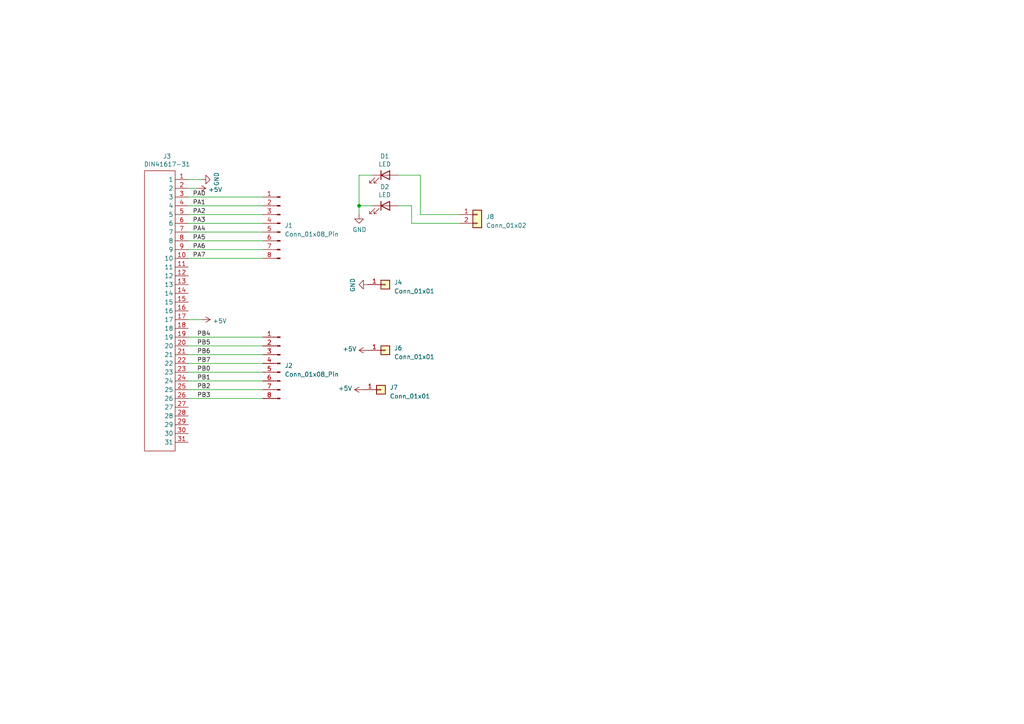
<source format=kicad_sch>
(kicad_sch
	(version 20231120)
	(generator "eeschema")
	(generator_version "8.0")
	(uuid "cfc9c3c3-d8ca-448c-8fcd-a7011aaa7400")
	(paper "A4")
	(lib_symbols
		(symbol "Connector:Conn_01x08_Pin"
			(pin_names
				(offset 1.016) hide)
			(exclude_from_sim no)
			(in_bom yes)
			(on_board yes)
			(property "Reference" "J"
				(at 0 10.16 0)
				(effects
					(font
						(size 1.27 1.27)
					)
				)
			)
			(property "Value" "Conn_01x08_Pin"
				(at 0 -12.7 0)
				(effects
					(font
						(size 1.27 1.27)
					)
				)
			)
			(property "Footprint" ""
				(at 0 0 0)
				(effects
					(font
						(size 1.27 1.27)
					)
					(hide yes)
				)
			)
			(property "Datasheet" "~"
				(at 0 0 0)
				(effects
					(font
						(size 1.27 1.27)
					)
					(hide yes)
				)
			)
			(property "Description" "Generic connector, single row, 01x08, script generated"
				(at 0 0 0)
				(effects
					(font
						(size 1.27 1.27)
					)
					(hide yes)
				)
			)
			(property "ki_locked" ""
				(at 0 0 0)
				(effects
					(font
						(size 1.27 1.27)
					)
				)
			)
			(property "ki_keywords" "connector"
				(at 0 0 0)
				(effects
					(font
						(size 1.27 1.27)
					)
					(hide yes)
				)
			)
			(property "ki_fp_filters" "Connector*:*_1x??_*"
				(at 0 0 0)
				(effects
					(font
						(size 1.27 1.27)
					)
					(hide yes)
				)
			)
			(symbol "Conn_01x08_Pin_1_1"
				(polyline
					(pts
						(xy 1.27 -10.16) (xy 0.8636 -10.16)
					)
					(stroke
						(width 0.1524)
						(type default)
					)
					(fill
						(type none)
					)
				)
				(polyline
					(pts
						(xy 1.27 -7.62) (xy 0.8636 -7.62)
					)
					(stroke
						(width 0.1524)
						(type default)
					)
					(fill
						(type none)
					)
				)
				(polyline
					(pts
						(xy 1.27 -5.08) (xy 0.8636 -5.08)
					)
					(stroke
						(width 0.1524)
						(type default)
					)
					(fill
						(type none)
					)
				)
				(polyline
					(pts
						(xy 1.27 -2.54) (xy 0.8636 -2.54)
					)
					(stroke
						(width 0.1524)
						(type default)
					)
					(fill
						(type none)
					)
				)
				(polyline
					(pts
						(xy 1.27 0) (xy 0.8636 0)
					)
					(stroke
						(width 0.1524)
						(type default)
					)
					(fill
						(type none)
					)
				)
				(polyline
					(pts
						(xy 1.27 2.54) (xy 0.8636 2.54)
					)
					(stroke
						(width 0.1524)
						(type default)
					)
					(fill
						(type none)
					)
				)
				(polyline
					(pts
						(xy 1.27 5.08) (xy 0.8636 5.08)
					)
					(stroke
						(width 0.1524)
						(type default)
					)
					(fill
						(type none)
					)
				)
				(polyline
					(pts
						(xy 1.27 7.62) (xy 0.8636 7.62)
					)
					(stroke
						(width 0.1524)
						(type default)
					)
					(fill
						(type none)
					)
				)
				(rectangle
					(start 0.8636 -10.033)
					(end 0 -10.287)
					(stroke
						(width 0.1524)
						(type default)
					)
					(fill
						(type outline)
					)
				)
				(rectangle
					(start 0.8636 -7.493)
					(end 0 -7.747)
					(stroke
						(width 0.1524)
						(type default)
					)
					(fill
						(type outline)
					)
				)
				(rectangle
					(start 0.8636 -4.953)
					(end 0 -5.207)
					(stroke
						(width 0.1524)
						(type default)
					)
					(fill
						(type outline)
					)
				)
				(rectangle
					(start 0.8636 -2.413)
					(end 0 -2.667)
					(stroke
						(width 0.1524)
						(type default)
					)
					(fill
						(type outline)
					)
				)
				(rectangle
					(start 0.8636 0.127)
					(end 0 -0.127)
					(stroke
						(width 0.1524)
						(type default)
					)
					(fill
						(type outline)
					)
				)
				(rectangle
					(start 0.8636 2.667)
					(end 0 2.413)
					(stroke
						(width 0.1524)
						(type default)
					)
					(fill
						(type outline)
					)
				)
				(rectangle
					(start 0.8636 5.207)
					(end 0 4.953)
					(stroke
						(width 0.1524)
						(type default)
					)
					(fill
						(type outline)
					)
				)
				(rectangle
					(start 0.8636 7.747)
					(end 0 7.493)
					(stroke
						(width 0.1524)
						(type default)
					)
					(fill
						(type outline)
					)
				)
				(pin passive line
					(at 5.08 7.62 180)
					(length 3.81)
					(name "Pin_1"
						(effects
							(font
								(size 1.27 1.27)
							)
						)
					)
					(number "1"
						(effects
							(font
								(size 1.27 1.27)
							)
						)
					)
				)
				(pin passive line
					(at 5.08 5.08 180)
					(length 3.81)
					(name "Pin_2"
						(effects
							(font
								(size 1.27 1.27)
							)
						)
					)
					(number "2"
						(effects
							(font
								(size 1.27 1.27)
							)
						)
					)
				)
				(pin passive line
					(at 5.08 2.54 180)
					(length 3.81)
					(name "Pin_3"
						(effects
							(font
								(size 1.27 1.27)
							)
						)
					)
					(number "3"
						(effects
							(font
								(size 1.27 1.27)
							)
						)
					)
				)
				(pin passive line
					(at 5.08 0 180)
					(length 3.81)
					(name "Pin_4"
						(effects
							(font
								(size 1.27 1.27)
							)
						)
					)
					(number "4"
						(effects
							(font
								(size 1.27 1.27)
							)
						)
					)
				)
				(pin passive line
					(at 5.08 -2.54 180)
					(length 3.81)
					(name "Pin_5"
						(effects
							(font
								(size 1.27 1.27)
							)
						)
					)
					(number "5"
						(effects
							(font
								(size 1.27 1.27)
							)
						)
					)
				)
				(pin passive line
					(at 5.08 -5.08 180)
					(length 3.81)
					(name "Pin_6"
						(effects
							(font
								(size 1.27 1.27)
							)
						)
					)
					(number "6"
						(effects
							(font
								(size 1.27 1.27)
							)
						)
					)
				)
				(pin passive line
					(at 5.08 -7.62 180)
					(length 3.81)
					(name "Pin_7"
						(effects
							(font
								(size 1.27 1.27)
							)
						)
					)
					(number "7"
						(effects
							(font
								(size 1.27 1.27)
							)
						)
					)
				)
				(pin passive line
					(at 5.08 -10.16 180)
					(length 3.81)
					(name "Pin_8"
						(effects
							(font
								(size 1.27 1.27)
							)
						)
					)
					(number "8"
						(effects
							(font
								(size 1.27 1.27)
							)
						)
					)
				)
			)
		)
		(symbol "Connector_Generic:Conn_01x01"
			(pin_names
				(offset 1.016) hide)
			(exclude_from_sim no)
			(in_bom yes)
			(on_board yes)
			(property "Reference" "J"
				(at 0 2.54 0)
				(effects
					(font
						(size 1.27 1.27)
					)
				)
			)
			(property "Value" "Conn_01x01"
				(at 0 -2.54 0)
				(effects
					(font
						(size 1.27 1.27)
					)
				)
			)
			(property "Footprint" ""
				(at 0 0 0)
				(effects
					(font
						(size 1.27 1.27)
					)
					(hide yes)
				)
			)
			(property "Datasheet" "~"
				(at 0 0 0)
				(effects
					(font
						(size 1.27 1.27)
					)
					(hide yes)
				)
			)
			(property "Description" "Generic connector, single row, 01x01, script generated (kicad-library-utils/schlib/autogen/connector/)"
				(at 0 0 0)
				(effects
					(font
						(size 1.27 1.27)
					)
					(hide yes)
				)
			)
			(property "ki_keywords" "connector"
				(at 0 0 0)
				(effects
					(font
						(size 1.27 1.27)
					)
					(hide yes)
				)
			)
			(property "ki_fp_filters" "Connector*:*_1x??_*"
				(at 0 0 0)
				(effects
					(font
						(size 1.27 1.27)
					)
					(hide yes)
				)
			)
			(symbol "Conn_01x01_1_1"
				(rectangle
					(start -1.27 0.127)
					(end 0 -0.127)
					(stroke
						(width 0.1524)
						(type default)
					)
					(fill
						(type none)
					)
				)
				(rectangle
					(start -1.27 1.27)
					(end 1.27 -1.27)
					(stroke
						(width 0.254)
						(type default)
					)
					(fill
						(type background)
					)
				)
				(pin passive line
					(at -5.08 0 0)
					(length 3.81)
					(name "Pin_1"
						(effects
							(font
								(size 1.27 1.27)
							)
						)
					)
					(number "1"
						(effects
							(font
								(size 1.27 1.27)
							)
						)
					)
				)
			)
		)
		(symbol "Connector_Generic:Conn_01x02"
			(pin_names
				(offset 1.016) hide)
			(exclude_from_sim no)
			(in_bom yes)
			(on_board yes)
			(property "Reference" "J"
				(at 0 2.54 0)
				(effects
					(font
						(size 1.27 1.27)
					)
				)
			)
			(property "Value" "Conn_01x02"
				(at 0 -5.08 0)
				(effects
					(font
						(size 1.27 1.27)
					)
				)
			)
			(property "Footprint" ""
				(at 0 0 0)
				(effects
					(font
						(size 1.27 1.27)
					)
					(hide yes)
				)
			)
			(property "Datasheet" "~"
				(at 0 0 0)
				(effects
					(font
						(size 1.27 1.27)
					)
					(hide yes)
				)
			)
			(property "Description" "Generic connector, single row, 01x02, script generated (kicad-library-utils/schlib/autogen/connector/)"
				(at 0 0 0)
				(effects
					(font
						(size 1.27 1.27)
					)
					(hide yes)
				)
			)
			(property "ki_keywords" "connector"
				(at 0 0 0)
				(effects
					(font
						(size 1.27 1.27)
					)
					(hide yes)
				)
			)
			(property "ki_fp_filters" "Connector*:*_1x??_*"
				(at 0 0 0)
				(effects
					(font
						(size 1.27 1.27)
					)
					(hide yes)
				)
			)
			(symbol "Conn_01x02_1_1"
				(rectangle
					(start -1.27 -2.413)
					(end 0 -2.667)
					(stroke
						(width 0.1524)
						(type default)
					)
					(fill
						(type none)
					)
				)
				(rectangle
					(start -1.27 0.127)
					(end 0 -0.127)
					(stroke
						(width 0.1524)
						(type default)
					)
					(fill
						(type none)
					)
				)
				(rectangle
					(start -1.27 1.27)
					(end 1.27 -3.81)
					(stroke
						(width 0.254)
						(type default)
					)
					(fill
						(type background)
					)
				)
				(pin passive line
					(at -5.08 0 0)
					(length 3.81)
					(name "Pin_1"
						(effects
							(font
								(size 1.27 1.27)
							)
						)
					)
					(number "1"
						(effects
							(font
								(size 1.27 1.27)
							)
						)
					)
				)
				(pin passive line
					(at -5.08 -2.54 0)
					(length 3.81)
					(name "Pin_2"
						(effects
							(font
								(size 1.27 1.27)
							)
						)
					)
					(number "2"
						(effects
							(font
								(size 1.27 1.27)
							)
						)
					)
				)
			)
		)
		(symbol "Device:LED"
			(pin_numbers hide)
			(pin_names
				(offset 1.016) hide)
			(exclude_from_sim no)
			(in_bom yes)
			(on_board yes)
			(property "Reference" "D"
				(at 0 2.54 0)
				(effects
					(font
						(size 1.27 1.27)
					)
				)
			)
			(property "Value" "LED"
				(at 0 -2.54 0)
				(effects
					(font
						(size 1.27 1.27)
					)
				)
			)
			(property "Footprint" ""
				(at 0 0 0)
				(effects
					(font
						(size 1.27 1.27)
					)
					(hide yes)
				)
			)
			(property "Datasheet" "~"
				(at 0 0 0)
				(effects
					(font
						(size 1.27 1.27)
					)
					(hide yes)
				)
			)
			(property "Description" "Light emitting diode"
				(at 0 0 0)
				(effects
					(font
						(size 1.27 1.27)
					)
					(hide yes)
				)
			)
			(property "ki_keywords" "LED diode"
				(at 0 0 0)
				(effects
					(font
						(size 1.27 1.27)
					)
					(hide yes)
				)
			)
			(property "ki_fp_filters" "LED* LED_SMD:* LED_THT:*"
				(at 0 0 0)
				(effects
					(font
						(size 1.27 1.27)
					)
					(hide yes)
				)
			)
			(symbol "LED_0_1"
				(polyline
					(pts
						(xy -1.27 -1.27) (xy -1.27 1.27)
					)
					(stroke
						(width 0.254)
						(type default)
					)
					(fill
						(type none)
					)
				)
				(polyline
					(pts
						(xy -1.27 0) (xy 1.27 0)
					)
					(stroke
						(width 0)
						(type default)
					)
					(fill
						(type none)
					)
				)
				(polyline
					(pts
						(xy 1.27 -1.27) (xy 1.27 1.27) (xy -1.27 0) (xy 1.27 -1.27)
					)
					(stroke
						(width 0.254)
						(type default)
					)
					(fill
						(type none)
					)
				)
				(polyline
					(pts
						(xy -3.048 -0.762) (xy -4.572 -2.286) (xy -3.81 -2.286) (xy -4.572 -2.286) (xy -4.572 -1.524)
					)
					(stroke
						(width 0)
						(type default)
					)
					(fill
						(type none)
					)
				)
				(polyline
					(pts
						(xy -1.778 -0.762) (xy -3.302 -2.286) (xy -2.54 -2.286) (xy -3.302 -2.286) (xy -3.302 -1.524)
					)
					(stroke
						(width 0)
						(type default)
					)
					(fill
						(type none)
					)
				)
			)
			(symbol "LED_1_1"
				(pin passive line
					(at -3.81 0 0)
					(length 2.54)
					(name "K"
						(effects
							(font
								(size 1.27 1.27)
							)
						)
					)
					(number "1"
						(effects
							(font
								(size 1.27 1.27)
							)
						)
					)
				)
				(pin passive line
					(at 3.81 0 180)
					(length 2.54)
					(name "A"
						(effects
							(font
								(size 1.27 1.27)
							)
						)
					)
					(number "2"
						(effects
							(font
								(size 1.27 1.27)
							)
						)
					)
				)
			)
		)
		(symbol "junior-computer-rescue:DIN41617-31-junior_computer"
			(exclude_from_sim no)
			(in_bom yes)
			(on_board yes)
			(property "Reference" "J"
				(at 0 85.09 0)
				(effects
					(font
						(size 1.27 1.27)
					)
				)
			)
			(property "Value" "junior_computer_DIN41617-31"
				(at 6.35 43.18 90)
				(effects
					(font
						(size 1.27 1.27)
					)
				)
			)
			(property "Footprint" ""
				(at 0 1.27 0)
				(effects
					(font
						(size 1.27 1.27)
					)
					(hide yes)
				)
			)
			(property "Datasheet" ""
				(at 0 1.27 0)
				(effects
					(font
						(size 1.27 1.27)
					)
					(hide yes)
				)
			)
			(property "Description" ""
				(at 0 0 0)
				(effects
					(font
						(size 1.27 1.27)
					)
					(hide yes)
				)
			)
			(symbol "DIN41617-31-junior_computer_0_1"
				(rectangle
					(start -3.81 83.82)
					(end 5.08 2.54)
					(stroke
						(width 0)
						(type solid)
					)
					(fill
						(type none)
					)
				)
			)
			(symbol "DIN41617-31-junior_computer_1_1"
				(pin passive line
					(at -7.62 81.28 0)
					(length 3.81)
					(name "1"
						(effects
							(font
								(size 1.27 1.27)
							)
						)
					)
					(number "1"
						(effects
							(font
								(size 1.27 1.27)
							)
						)
					)
				)
				(pin passive line
					(at -7.62 58.42 0)
					(length 3.81)
					(name "10"
						(effects
							(font
								(size 1.27 1.27)
							)
						)
					)
					(number "10"
						(effects
							(font
								(size 1.27 1.27)
							)
						)
					)
				)
				(pin passive line
					(at -7.62 55.88 0)
					(length 3.81)
					(name "11"
						(effects
							(font
								(size 1.27 1.27)
							)
						)
					)
					(number "11"
						(effects
							(font
								(size 1.27 1.27)
							)
						)
					)
				)
				(pin passive line
					(at -7.62 53.34 0)
					(length 3.81)
					(name "12"
						(effects
							(font
								(size 1.27 1.27)
							)
						)
					)
					(number "12"
						(effects
							(font
								(size 1.27 1.27)
							)
						)
					)
				)
				(pin passive line
					(at -7.62 50.8 0)
					(length 3.81)
					(name "13"
						(effects
							(font
								(size 1.27 1.27)
							)
						)
					)
					(number "13"
						(effects
							(font
								(size 1.27 1.27)
							)
						)
					)
				)
				(pin passive line
					(at -7.62 48.26 0)
					(length 3.81)
					(name "14"
						(effects
							(font
								(size 1.27 1.27)
							)
						)
					)
					(number "14"
						(effects
							(font
								(size 1.27 1.27)
							)
						)
					)
				)
				(pin passive line
					(at -7.62 45.72 0)
					(length 3.81)
					(name "15"
						(effects
							(font
								(size 1.27 1.27)
							)
						)
					)
					(number "15"
						(effects
							(font
								(size 1.27 1.27)
							)
						)
					)
				)
				(pin passive line
					(at -7.62 43.18 0)
					(length 3.81)
					(name "16"
						(effects
							(font
								(size 1.27 1.27)
							)
						)
					)
					(number "16"
						(effects
							(font
								(size 1.27 1.27)
							)
						)
					)
				)
				(pin passive line
					(at -7.62 40.64 0)
					(length 3.81)
					(name "17"
						(effects
							(font
								(size 1.27 1.27)
							)
						)
					)
					(number "17"
						(effects
							(font
								(size 1.27 1.27)
							)
						)
					)
				)
				(pin passive line
					(at -7.62 38.1 0)
					(length 3.81)
					(name "18"
						(effects
							(font
								(size 1.27 1.27)
							)
						)
					)
					(number "18"
						(effects
							(font
								(size 1.27 1.27)
							)
						)
					)
				)
				(pin passive line
					(at -7.62 35.56 0)
					(length 3.81)
					(name "19"
						(effects
							(font
								(size 1.27 1.27)
							)
						)
					)
					(number "19"
						(effects
							(font
								(size 1.27 1.27)
							)
						)
					)
				)
				(pin passive line
					(at -7.62 78.74 0)
					(length 3.81)
					(name "2"
						(effects
							(font
								(size 1.27 1.27)
							)
						)
					)
					(number "2"
						(effects
							(font
								(size 1.27 1.27)
							)
						)
					)
				)
				(pin passive line
					(at -7.62 33.02 0)
					(length 3.81)
					(name "20"
						(effects
							(font
								(size 1.27 1.27)
							)
						)
					)
					(number "20"
						(effects
							(font
								(size 1.27 1.27)
							)
						)
					)
				)
				(pin passive line
					(at -7.62 30.48 0)
					(length 3.81)
					(name "21"
						(effects
							(font
								(size 1.27 1.27)
							)
						)
					)
					(number "21"
						(effects
							(font
								(size 1.27 1.27)
							)
						)
					)
				)
				(pin passive line
					(at -7.62 27.94 0)
					(length 3.81)
					(name "22"
						(effects
							(font
								(size 1.27 1.27)
							)
						)
					)
					(number "22"
						(effects
							(font
								(size 1.27 1.27)
							)
						)
					)
				)
				(pin passive line
					(at -7.62 25.4 0)
					(length 3.81)
					(name "23"
						(effects
							(font
								(size 1.27 1.27)
							)
						)
					)
					(number "23"
						(effects
							(font
								(size 1.27 1.27)
							)
						)
					)
				)
				(pin passive line
					(at -7.62 22.86 0)
					(length 3.81)
					(name "24"
						(effects
							(font
								(size 1.27 1.27)
							)
						)
					)
					(number "24"
						(effects
							(font
								(size 1.27 1.27)
							)
						)
					)
				)
				(pin passive line
					(at -7.62 20.32 0)
					(length 3.81)
					(name "25"
						(effects
							(font
								(size 1.27 1.27)
							)
						)
					)
					(number "25"
						(effects
							(font
								(size 1.27 1.27)
							)
						)
					)
				)
				(pin passive line
					(at -7.62 17.78 0)
					(length 3.81)
					(name "26"
						(effects
							(font
								(size 1.27 1.27)
							)
						)
					)
					(number "26"
						(effects
							(font
								(size 1.27 1.27)
							)
						)
					)
				)
				(pin passive line
					(at -7.62 15.24 0)
					(length 3.81)
					(name "27"
						(effects
							(font
								(size 1.27 1.27)
							)
						)
					)
					(number "27"
						(effects
							(font
								(size 1.27 1.27)
							)
						)
					)
				)
				(pin passive line
					(at -7.62 12.7 0)
					(length 3.81)
					(name "28"
						(effects
							(font
								(size 1.27 1.27)
							)
						)
					)
					(number "28"
						(effects
							(font
								(size 1.27 1.27)
							)
						)
					)
				)
				(pin passive line
					(at -7.62 10.16 0)
					(length 3.81)
					(name "29"
						(effects
							(font
								(size 1.27 1.27)
							)
						)
					)
					(number "29"
						(effects
							(font
								(size 1.27 1.27)
							)
						)
					)
				)
				(pin passive line
					(at -7.62 76.2 0)
					(length 3.81)
					(name "3"
						(effects
							(font
								(size 1.27 1.27)
							)
						)
					)
					(number "3"
						(effects
							(font
								(size 1.27 1.27)
							)
						)
					)
				)
				(pin passive line
					(at -7.62 7.62 0)
					(length 3.81)
					(name "30"
						(effects
							(font
								(size 1.27 1.27)
							)
						)
					)
					(number "30"
						(effects
							(font
								(size 1.27 1.27)
							)
						)
					)
				)
				(pin passive line
					(at -7.62 5.08 0)
					(length 3.81)
					(name "31"
						(effects
							(font
								(size 1.27 1.27)
							)
						)
					)
					(number "31"
						(effects
							(font
								(size 1.27 1.27)
							)
						)
					)
				)
				(pin passive line
					(at -7.62 73.66 0)
					(length 3.81)
					(name "4"
						(effects
							(font
								(size 1.27 1.27)
							)
						)
					)
					(number "4"
						(effects
							(font
								(size 1.27 1.27)
							)
						)
					)
				)
				(pin passive line
					(at -7.62 71.12 0)
					(length 3.81)
					(name "5"
						(effects
							(font
								(size 1.27 1.27)
							)
						)
					)
					(number "5"
						(effects
							(font
								(size 1.27 1.27)
							)
						)
					)
				)
				(pin passive line
					(at -7.62 68.58 0)
					(length 3.81)
					(name "6"
						(effects
							(font
								(size 1.27 1.27)
							)
						)
					)
					(number "6"
						(effects
							(font
								(size 1.27 1.27)
							)
						)
					)
				)
				(pin passive line
					(at -7.62 66.04 0)
					(length 3.81)
					(name "7"
						(effects
							(font
								(size 1.27 1.27)
							)
						)
					)
					(number "7"
						(effects
							(font
								(size 1.27 1.27)
							)
						)
					)
				)
				(pin passive line
					(at -7.62 63.5 0)
					(length 3.81)
					(name "8"
						(effects
							(font
								(size 1.27 1.27)
							)
						)
					)
					(number "8"
						(effects
							(font
								(size 1.27 1.27)
							)
						)
					)
				)
				(pin passive line
					(at -7.62 60.96 0)
					(length 3.81)
					(name "9"
						(effects
							(font
								(size 1.27 1.27)
							)
						)
					)
					(number "9"
						(effects
							(font
								(size 1.27 1.27)
							)
						)
					)
				)
			)
		)
		(symbol "power:+5V"
			(power)
			(pin_names
				(offset 0)
			)
			(exclude_from_sim no)
			(in_bom yes)
			(on_board yes)
			(property "Reference" "#PWR"
				(at 0 -3.81 0)
				(effects
					(font
						(size 1.27 1.27)
					)
					(hide yes)
				)
			)
			(property "Value" "+5V"
				(at 0 3.556 0)
				(effects
					(font
						(size 1.27 1.27)
					)
				)
			)
			(property "Footprint" ""
				(at 0 0 0)
				(effects
					(font
						(size 1.27 1.27)
					)
					(hide yes)
				)
			)
			(property "Datasheet" ""
				(at 0 0 0)
				(effects
					(font
						(size 1.27 1.27)
					)
					(hide yes)
				)
			)
			(property "Description" "Power symbol creates a global label with name \"+5V\""
				(at 0 0 0)
				(effects
					(font
						(size 1.27 1.27)
					)
					(hide yes)
				)
			)
			(property "ki_keywords" "global power"
				(at 0 0 0)
				(effects
					(font
						(size 1.27 1.27)
					)
					(hide yes)
				)
			)
			(symbol "+5V_0_1"
				(polyline
					(pts
						(xy -0.762 1.27) (xy 0 2.54)
					)
					(stroke
						(width 0)
						(type default)
					)
					(fill
						(type none)
					)
				)
				(polyline
					(pts
						(xy 0 0) (xy 0 2.54)
					)
					(stroke
						(width 0)
						(type default)
					)
					(fill
						(type none)
					)
				)
				(polyline
					(pts
						(xy 0 2.54) (xy 0.762 1.27)
					)
					(stroke
						(width 0)
						(type default)
					)
					(fill
						(type none)
					)
				)
			)
			(symbol "+5V_1_1"
				(pin power_in line
					(at 0 0 90)
					(length 0) hide
					(name "+5V"
						(effects
							(font
								(size 1.27 1.27)
							)
						)
					)
					(number "1"
						(effects
							(font
								(size 1.27 1.27)
							)
						)
					)
				)
			)
		)
		(symbol "power:GND"
			(power)
			(pin_names
				(offset 0)
			)
			(exclude_from_sim no)
			(in_bom yes)
			(on_board yes)
			(property "Reference" "#PWR"
				(at 0 -6.35 0)
				(effects
					(font
						(size 1.27 1.27)
					)
					(hide yes)
				)
			)
			(property "Value" "GND"
				(at 0 -3.81 0)
				(effects
					(font
						(size 1.27 1.27)
					)
				)
			)
			(property "Footprint" ""
				(at 0 0 0)
				(effects
					(font
						(size 1.27 1.27)
					)
					(hide yes)
				)
			)
			(property "Datasheet" ""
				(at 0 0 0)
				(effects
					(font
						(size 1.27 1.27)
					)
					(hide yes)
				)
			)
			(property "Description" "Power symbol creates a global label with name \"GND\" , ground"
				(at 0 0 0)
				(effects
					(font
						(size 1.27 1.27)
					)
					(hide yes)
				)
			)
			(property "ki_keywords" "global power"
				(at 0 0 0)
				(effects
					(font
						(size 1.27 1.27)
					)
					(hide yes)
				)
			)
			(symbol "GND_0_1"
				(polyline
					(pts
						(xy 0 0) (xy 0 -1.27) (xy 1.27 -1.27) (xy 0 -2.54) (xy -1.27 -1.27) (xy 0 -1.27)
					)
					(stroke
						(width 0)
						(type default)
					)
					(fill
						(type none)
					)
				)
			)
			(symbol "GND_1_1"
				(pin power_in line
					(at 0 0 270)
					(length 0) hide
					(name "GND"
						(effects
							(font
								(size 1.27 1.27)
							)
						)
					)
					(number "1"
						(effects
							(font
								(size 1.27 1.27)
							)
						)
					)
				)
			)
		)
	)
	(junction
		(at 104.14 59.69)
		(diameter 0)
		(color 0 0 0 0)
		(uuid "05bda7e8-1eb6-474c-b3fa-f9cd9bdcf009")
	)
	(wire
		(pts
			(xy 54.61 110.49) (xy 76.2 110.49)
		)
		(stroke
			(width 0)
			(type default)
		)
		(uuid "17f53f1a-874b-4ba7-a1a0-8871146ef236")
	)
	(wire
		(pts
			(xy 54.61 64.77) (xy 76.2 64.77)
		)
		(stroke
			(width 0)
			(type default)
		)
		(uuid "182c5ff7-18f9-477f-946c-d1ead92ab6f5")
	)
	(wire
		(pts
			(xy 54.61 113.03) (xy 76.2 113.03)
		)
		(stroke
			(width 0)
			(type default)
		)
		(uuid "1a852e78-88c4-473d-b3a1-777bdc4c7935")
	)
	(wire
		(pts
			(xy 104.14 50.8) (xy 104.14 59.69)
		)
		(stroke
			(width 0)
			(type default)
		)
		(uuid "1abb63c5-2cc5-494a-9ae1-072a698421c2")
	)
	(wire
		(pts
			(xy 58.42 92.71) (xy 54.61 92.71)
		)
		(stroke
			(width 0)
			(type default)
		)
		(uuid "1b0787b8-fa1b-4e6a-b47c-c4ac792b37dd")
	)
	(wire
		(pts
			(xy 107.95 50.8) (xy 104.14 50.8)
		)
		(stroke
			(width 0)
			(type default)
		)
		(uuid "1e12a207-a028-49ed-952a-13c110f154e1")
	)
	(wire
		(pts
			(xy 58.42 52.07) (xy 54.61 52.07)
		)
		(stroke
			(width 0)
			(type default)
		)
		(uuid "2c5478b8-0faa-4462-bfa4-d04b46285139")
	)
	(wire
		(pts
			(xy 54.61 97.79) (xy 76.2 97.79)
		)
		(stroke
			(width 0)
			(type default)
		)
		(uuid "2f03189a-f285-4e4e-aead-c3197d239351")
	)
	(wire
		(pts
			(xy 54.61 100.33) (xy 76.2 100.33)
		)
		(stroke
			(width 0)
			(type default)
		)
		(uuid "4ed8e56d-69e6-4ad6-86e8-70eace967870")
	)
	(wire
		(pts
			(xy 104.14 59.69) (xy 104.14 62.23)
		)
		(stroke
			(width 0)
			(type default)
		)
		(uuid "5e33033f-3186-4742-9978-38b09fb5c333")
	)
	(wire
		(pts
			(xy 54.61 67.31) (xy 76.2 67.31)
		)
		(stroke
			(width 0)
			(type default)
		)
		(uuid "5e7cb7d1-7d61-47ef-8e44-90da6ce0b34e")
	)
	(wire
		(pts
			(xy 54.61 74.93) (xy 76.2 74.93)
		)
		(stroke
			(width 0)
			(type default)
		)
		(uuid "6009a509-2d12-4c38-8407-9a0f3a104635")
	)
	(wire
		(pts
			(xy 119.38 59.69) (xy 115.57 59.69)
		)
		(stroke
			(width 0)
			(type default)
		)
		(uuid "6b9dbe4c-3676-49f0-b70c-821c6ee5fa01")
	)
	(wire
		(pts
			(xy 54.61 107.95) (xy 76.2 107.95)
		)
		(stroke
			(width 0)
			(type default)
		)
		(uuid "6df0f97f-4672-423c-a087-754823d324cf")
	)
	(wire
		(pts
			(xy 54.61 59.69) (xy 76.2 59.69)
		)
		(stroke
			(width 0)
			(type default)
		)
		(uuid "7ac531e4-6f5d-4131-87fc-eac0628f81b8")
	)
	(wire
		(pts
			(xy 54.61 69.85) (xy 76.2 69.85)
		)
		(stroke
			(width 0)
			(type default)
		)
		(uuid "81ff1950-555c-4018-bdeb-2b7ddd804770")
	)
	(wire
		(pts
			(xy 54.61 62.23) (xy 76.2 62.23)
		)
		(stroke
			(width 0)
			(type default)
		)
		(uuid "8b5162ba-6e59-4215-9c3a-91c6d940f2a8")
	)
	(wire
		(pts
			(xy 119.38 64.77) (xy 119.38 59.69)
		)
		(stroke
			(width 0)
			(type default)
		)
		(uuid "97f64a29-af51-4bb4-8704-c6d1b3ec9927")
	)
	(wire
		(pts
			(xy 133.35 64.77) (xy 119.38 64.77)
		)
		(stroke
			(width 0)
			(type default)
		)
		(uuid "9ad6c184-cb08-4603-8713-19095d327b06")
	)
	(wire
		(pts
			(xy 107.95 59.69) (xy 104.14 59.69)
		)
		(stroke
			(width 0)
			(type default)
		)
		(uuid "9e4a8664-f9fa-4882-b20e-b08f9f4a3e08")
	)
	(wire
		(pts
			(xy 57.15 54.61) (xy 54.61 54.61)
		)
		(stroke
			(width 0)
			(type default)
		)
		(uuid "bb8d6c27-db5d-41be-ae9c-6af314d621fa")
	)
	(wire
		(pts
			(xy 54.61 105.41) (xy 76.2 105.41)
		)
		(stroke
			(width 0)
			(type default)
		)
		(uuid "bedb7dad-2495-4aeb-ae45-b9050a675974")
	)
	(wire
		(pts
			(xy 121.92 50.8) (xy 115.57 50.8)
		)
		(stroke
			(width 0)
			(type default)
		)
		(uuid "bf67f859-118c-499f-8b03-ef614f903a10")
	)
	(wire
		(pts
			(xy 133.35 62.23) (xy 121.92 62.23)
		)
		(stroke
			(width 0)
			(type default)
		)
		(uuid "cb7bee2e-4af0-4e8f-8997-05f40499564d")
	)
	(wire
		(pts
			(xy 54.61 102.87) (xy 76.2 102.87)
		)
		(stroke
			(width 0)
			(type default)
		)
		(uuid "cffaeafa-dbb7-4868-95bd-27e30fe4ae61")
	)
	(wire
		(pts
			(xy 54.61 57.15) (xy 76.2 57.15)
		)
		(stroke
			(width 0)
			(type default)
		)
		(uuid "d0fac1d0-509f-4901-a91b-832bcbc491ee")
	)
	(wire
		(pts
			(xy 121.92 62.23) (xy 121.92 50.8)
		)
		(stroke
			(width 0)
			(type default)
		)
		(uuid "dfbf53ec-fa4d-4cfa-8d32-ab235c7514de")
	)
	(wire
		(pts
			(xy 54.61 115.57) (xy 76.2 115.57)
		)
		(stroke
			(width 0)
			(type default)
		)
		(uuid "efddbc9c-fb70-4945-bcfe-8835cc2b03d8")
	)
	(wire
		(pts
			(xy 54.61 72.39) (xy 76.2 72.39)
		)
		(stroke
			(width 0)
			(type default)
		)
		(uuid "f784dee9-a5da-4377-9070-466d2a1b7f4c")
	)
	(label "PA3"
		(at 55.88 64.77 0)
		(fields_autoplaced yes)
		(effects
			(font
				(size 1.27 1.27)
			)
			(justify left bottom)
		)
		(uuid "00e8e45e-3bb6-489e-b94a-e5bd29ed974d")
	)
	(label "PB6"
		(at 57.15 102.87 0)
		(fields_autoplaced yes)
		(effects
			(font
				(size 1.27 1.27)
			)
			(justify left bottom)
		)
		(uuid "0e09931c-22bc-4e06-9214-b1813205d529")
	)
	(label "PA1"
		(at 55.88 59.69 0)
		(fields_autoplaced yes)
		(effects
			(font
				(size 1.27 1.27)
			)
			(justify left bottom)
		)
		(uuid "2288b31d-a0e7-4b23-9d31-34cc67c786c0")
	)
	(label "PB5"
		(at 57.15 100.33 0)
		(fields_autoplaced yes)
		(effects
			(font
				(size 1.27 1.27)
			)
			(justify left bottom)
		)
		(uuid "358ae0ae-90b3-4476-8346-f4c9082b61a0")
	)
	(label "PA5"
		(at 55.88 69.85 0)
		(fields_autoplaced yes)
		(effects
			(font
				(size 1.27 1.27)
			)
			(justify left bottom)
		)
		(uuid "411e8e93-fc0a-4bfb-998d-e0d84fab04d7")
	)
	(label "PA7"
		(at 55.88 74.93 0)
		(fields_autoplaced yes)
		(effects
			(font
				(size 1.27 1.27)
			)
			(justify left bottom)
		)
		(uuid "43f5c6ca-c8b4-4af6-8c9a-a14661d1176c")
	)
	(label "PA2"
		(at 55.88 62.23 0)
		(fields_autoplaced yes)
		(effects
			(font
				(size 1.27 1.27)
			)
			(justify left bottom)
		)
		(uuid "479561c2-b0d5-40e6-9cda-9e34abd57b9b")
	)
	(label "PB1"
		(at 57.15 110.49 0)
		(fields_autoplaced yes)
		(effects
			(font
				(size 1.27 1.27)
			)
			(justify left bottom)
		)
		(uuid "56611801-963a-4cbf-9e21-ff8db629113a")
	)
	(label "PB7"
		(at 57.15 105.41 0)
		(fields_autoplaced yes)
		(effects
			(font
				(size 1.27 1.27)
			)
			(justify left bottom)
		)
		(uuid "60831e66-e833-4e86-9019-eaccfe684e9d")
	)
	(label "PB2"
		(at 57.15 113.03 0)
		(fields_autoplaced yes)
		(effects
			(font
				(size 1.27 1.27)
			)
			(justify left bottom)
		)
		(uuid "629592ca-c805-455b-b8a5-0573433a4dde")
	)
	(label "PB0"
		(at 57.15 107.95 0)
		(fields_autoplaced yes)
		(effects
			(font
				(size 1.27 1.27)
			)
			(justify left bottom)
		)
		(uuid "66b88542-7dd7-40e6-b67c-7736a04b3283")
	)
	(label "PB4"
		(at 57.15 97.79 0)
		(fields_autoplaced yes)
		(effects
			(font
				(size 1.27 1.27)
			)
			(justify left bottom)
		)
		(uuid "6e8675c4-c9c4-4ae1-b9fe-69f93fccf3a4")
	)
	(label "PB3"
		(at 57.15 115.57 0)
		(fields_autoplaced yes)
		(effects
			(font
				(size 1.27 1.27)
			)
			(justify left bottom)
		)
		(uuid "94b283e2-1b5e-48eb-a078-33ffb1799e89")
	)
	(label "PA6"
		(at 55.88 72.39 0)
		(fields_autoplaced yes)
		(effects
			(font
				(size 1.27 1.27)
			)
			(justify left bottom)
		)
		(uuid "a419e313-1627-46b9-91f7-f16351ac1cb4")
	)
	(label "PA0"
		(at 55.88 57.15 0)
		(fields_autoplaced yes)
		(effects
			(font
				(size 1.27 1.27)
			)
			(justify left bottom)
		)
		(uuid "e2a7012b-4272-4295-b3b9-2231b4bbe83e")
	)
	(label "PA4"
		(at 55.88 67.31 0)
		(fields_autoplaced yes)
		(effects
			(font
				(size 1.27 1.27)
			)
			(justify left bottom)
		)
		(uuid "eab4dfbc-8c00-4a65-a0d0-0e2efdf0dcd3")
	)
	(symbol
		(lib_id "Device:LED")
		(at 111.76 50.8 0)
		(unit 1)
		(exclude_from_sim no)
		(in_bom yes)
		(on_board yes)
		(dnp no)
		(uuid "00000000-0000-0000-0000-00005fa69a95")
		(property "Reference" "D1"
			(at 111.5822 45.3136 0)
			(effects
				(font
					(size 1.27 1.27)
				)
			)
		)
		(property "Value" "LED"
			(at 111.5822 47.625 0)
			(effects
				(font
					(size 1.27 1.27)
				)
			)
		)
		(property "Footprint" "elektor:LED"
			(at 111.76 50.8 0)
			(effects
				(font
					(size 1.27 1.27)
				)
				(hide yes)
			)
		)
		(property "Datasheet" "~"
			(at 111.76 50.8 0)
			(effects
				(font
					(size 1.27 1.27)
				)
				(hide yes)
			)
		)
		(property "Description" ""
			(at 111.76 50.8 0)
			(effects
				(font
					(size 1.27 1.27)
				)
				(hide yes)
			)
		)
		(pin "1"
			(uuid "6cf04fb4-8c11-40c8-a520-acfbe9c7b513")
		)
		(pin "2"
			(uuid "61be90fc-033f-4ea1-b066-3fa778395b35")
		)
		(instances
			(project "junior-interface-conn"
				(path "/cfc9c3c3-d8ca-448c-8fcd-a7011aaa7400"
					(reference "D1")
					(unit 1)
				)
			)
		)
	)
	(symbol
		(lib_id "Device:LED")
		(at 111.76 59.69 0)
		(unit 1)
		(exclude_from_sim no)
		(in_bom yes)
		(on_board yes)
		(dnp no)
		(uuid "00000000-0000-0000-0000-00005fa69cc1")
		(property "Reference" "D2"
			(at 111.5822 54.2036 0)
			(effects
				(font
					(size 1.27 1.27)
				)
			)
		)
		(property "Value" "LED"
			(at 111.5822 56.515 0)
			(effects
				(font
					(size 1.27 1.27)
				)
			)
		)
		(property "Footprint" "elektor:LED"
			(at 111.76 59.69 0)
			(effects
				(font
					(size 1.27 1.27)
				)
				(hide yes)
			)
		)
		(property "Datasheet" "~"
			(at 111.76 59.69 0)
			(effects
				(font
					(size 1.27 1.27)
				)
				(hide yes)
			)
		)
		(property "Description" ""
			(at 111.76 59.69 0)
			(effects
				(font
					(size 1.27 1.27)
				)
				(hide yes)
			)
		)
		(pin "1"
			(uuid "f7cc9dc8-6812-4c8c-9985-f246622eb033")
		)
		(pin "2"
			(uuid "66a3c177-bba5-455c-b418-2512506bb22e")
		)
		(instances
			(project "junior-interface-conn"
				(path "/cfc9c3c3-d8ca-448c-8fcd-a7011aaa7400"
					(reference "D2")
					(unit 1)
				)
			)
		)
	)
	(symbol
		(lib_id "power:GND")
		(at 104.14 62.23 0)
		(unit 1)
		(exclude_from_sim no)
		(in_bom yes)
		(on_board yes)
		(dnp no)
		(uuid "00000000-0000-0000-0000-00005fa6cb68")
		(property "Reference" "#PWR0102"
			(at 104.14 68.58 0)
			(effects
				(font
					(size 1.27 1.27)
				)
				(hide yes)
			)
		)
		(property "Value" "GND"
			(at 104.267 66.6242 0)
			(effects
				(font
					(size 1.27 1.27)
				)
			)
		)
		(property "Footprint" ""
			(at 104.14 62.23 0)
			(effects
				(font
					(size 1.27 1.27)
				)
				(hide yes)
			)
		)
		(property "Datasheet" ""
			(at 104.14 62.23 0)
			(effects
				(font
					(size 1.27 1.27)
				)
				(hide yes)
			)
		)
		(property "Description" ""
			(at 104.14 62.23 0)
			(effects
				(font
					(size 1.27 1.27)
				)
				(hide yes)
			)
		)
		(pin "1"
			(uuid "a172249d-a292-4f93-8660-eeee71a92a4e")
		)
		(instances
			(project "junior-interface-conn"
				(path "/cfc9c3c3-d8ca-448c-8fcd-a7011aaa7400"
					(reference "#PWR0102")
					(unit 1)
				)
			)
		)
	)
	(symbol
		(lib_id "Connector_Generic:Conn_01x02")
		(at 138.43 62.23 0)
		(unit 1)
		(exclude_from_sim no)
		(in_bom yes)
		(on_board yes)
		(dnp no)
		(fields_autoplaced yes)
		(uuid "0c8c517b-37a4-424f-9fe4-e9ff6748eabc")
		(property "Reference" "J8"
			(at 140.97 62.865 0)
			(effects
				(font
					(size 1.27 1.27)
				)
				(justify left)
			)
		)
		(property "Value" "Conn_01x02"
			(at 140.97 65.405 0)
			(effects
				(font
					(size 1.27 1.27)
				)
				(justify left)
			)
		)
		(property "Footprint" "elektor:CONN-2-L"
			(at 138.43 62.23 0)
			(effects
				(font
					(size 1.27 1.27)
				)
				(hide yes)
			)
		)
		(property "Datasheet" "~"
			(at 138.43 62.23 0)
			(effects
				(font
					(size 1.27 1.27)
				)
				(hide yes)
			)
		)
		(property "Description" ""
			(at 138.43 62.23 0)
			(effects
				(font
					(size 1.27 1.27)
				)
				(hide yes)
			)
		)
		(pin "1"
			(uuid "0b67a06b-c6e3-4c6e-b17a-28120112bf09")
		)
		(pin "2"
			(uuid "236b1758-f386-46f1-9213-0865db9dd12a")
		)
		(instances
			(project "junior-interface-conn"
				(path "/cfc9c3c3-d8ca-448c-8fcd-a7011aaa7400"
					(reference "J8")
					(unit 1)
				)
			)
		)
	)
	(symbol
		(lib_id "Connector:Conn_01x08_Pin")
		(at 81.28 105.41 0)
		(mirror y)
		(unit 1)
		(exclude_from_sim no)
		(in_bom yes)
		(on_board yes)
		(dnp no)
		(fields_autoplaced yes)
		(uuid "1701fa63-3e9e-4306-897b-19e24cd641b2")
		(property "Reference" "J2"
			(at 82.55 106.045 0)
			(effects
				(font
					(size 1.27 1.27)
				)
				(justify right)
			)
		)
		(property "Value" "Conn_01x08_Pin"
			(at 82.55 108.585 0)
			(effects
				(font
					(size 1.27 1.27)
				)
				(justify right)
			)
		)
		(property "Footprint" "elektor:CONN-8"
			(at 81.28 105.41 0)
			(effects
				(font
					(size 1.27 1.27)
				)
				(hide yes)
			)
		)
		(property "Datasheet" "~"
			(at 81.28 105.41 0)
			(effects
				(font
					(size 1.27 1.27)
				)
				(hide yes)
			)
		)
		(property "Description" ""
			(at 81.28 105.41 0)
			(effects
				(font
					(size 1.27 1.27)
				)
				(hide yes)
			)
		)
		(pin "1"
			(uuid "e20f082c-f2d6-496b-9f7a-8adbe94a45ef")
		)
		(pin "2"
			(uuid "0297a091-a2d3-453a-ace3-32c4fad288b8")
		)
		(pin "3"
			(uuid "81e9374a-3458-4f91-8470-4b51f18dc7e4")
		)
		(pin "4"
			(uuid "35dfdb22-7bdf-4aa5-bae7-35803dd786e4")
		)
		(pin "5"
			(uuid "334fda9a-95e1-4329-ae3b-8207da8695be")
		)
		(pin "6"
			(uuid "1ede89cd-eb9e-4764-a614-cc971fd46fc1")
		)
		(pin "7"
			(uuid "a0db9d85-d6cf-468d-8d9f-15fcdb026edb")
		)
		(pin "8"
			(uuid "0cfbaa3f-67a6-4ca0-b6d8-284ad74f17b5")
		)
		(instances
			(project "junior-interface-conn"
				(path "/cfc9c3c3-d8ca-448c-8fcd-a7011aaa7400"
					(reference "J2")
					(unit 1)
				)
			)
		)
	)
	(symbol
		(lib_id "Connector:Conn_01x08_Pin")
		(at 81.28 64.77 0)
		(mirror y)
		(unit 1)
		(exclude_from_sim no)
		(in_bom yes)
		(on_board yes)
		(dnp no)
		(fields_autoplaced yes)
		(uuid "1803b18c-88e8-47a6-b475-8c840dfdc99d")
		(property "Reference" "J1"
			(at 82.55 65.405 0)
			(effects
				(font
					(size 1.27 1.27)
				)
				(justify right)
			)
		)
		(property "Value" "Conn_01x08_Pin"
			(at 82.55 67.945 0)
			(effects
				(font
					(size 1.27 1.27)
				)
				(justify right)
			)
		)
		(property "Footprint" "elektor:CONN-8"
			(at 81.28 64.77 0)
			(effects
				(font
					(size 1.27 1.27)
				)
				(hide yes)
			)
		)
		(property "Datasheet" "~"
			(at 81.28 64.77 0)
			(effects
				(font
					(size 1.27 1.27)
				)
				(hide yes)
			)
		)
		(property "Description" ""
			(at 81.28 64.77 0)
			(effects
				(font
					(size 1.27 1.27)
				)
				(hide yes)
			)
		)
		(pin "1"
			(uuid "8e667700-b192-4a71-a962-03c1eb7a63ab")
		)
		(pin "2"
			(uuid "debfce5a-b172-4547-bece-a6895bb43537")
		)
		(pin "3"
			(uuid "ecf94998-78c5-4238-8745-29857b42d4c2")
		)
		(pin "4"
			(uuid "80648998-5a35-45e9-895d-64478bee6337")
		)
		(pin "5"
			(uuid "1318c2fd-2ddd-46e8-be42-f1c1ffceb14b")
		)
		(pin "6"
			(uuid "28b2fb40-e499-44c3-a881-d311e30118c4")
		)
		(pin "7"
			(uuid "ad2e03df-db6c-45c6-a23b-a5a2f4ba51da")
		)
		(pin "8"
			(uuid "e48ccf02-c80c-4e43-8fe8-c5ba03fde1a7")
		)
		(instances
			(project "junior-interface-conn"
				(path "/cfc9c3c3-d8ca-448c-8fcd-a7011aaa7400"
					(reference "J1")
					(unit 1)
				)
			)
		)
	)
	(symbol
		(lib_id "Connector_Generic:Conn_01x01")
		(at 111.76 101.6 0)
		(unit 1)
		(exclude_from_sim no)
		(in_bom yes)
		(on_board yes)
		(dnp no)
		(fields_autoplaced yes)
		(uuid "1b47ab57-469e-461f-9b7d-1a9f403550ac")
		(property "Reference" "J6"
			(at 114.3 100.965 0)
			(effects
				(font
					(size 1.27 1.27)
				)
				(justify left)
			)
		)
		(property "Value" "Conn_01x01"
			(at 114.3 103.505 0)
			(effects
				(font
					(size 1.27 1.27)
				)
				(justify left)
			)
		)
		(property "Footprint" "elektor:CONN-1"
			(at 111.76 101.6 0)
			(effects
				(font
					(size 1.27 1.27)
				)
				(hide yes)
			)
		)
		(property "Datasheet" "~"
			(at 111.76 101.6 0)
			(effects
				(font
					(size 1.27 1.27)
				)
				(hide yes)
			)
		)
		(property "Description" ""
			(at 111.76 101.6 0)
			(effects
				(font
					(size 1.27 1.27)
				)
				(hide yes)
			)
		)
		(pin "1"
			(uuid "557c6f77-5a6b-4bea-87e3-e66964a59f4d")
		)
		(instances
			(project "junior-interface-conn"
				(path "/cfc9c3c3-d8ca-448c-8fcd-a7011aaa7400"
					(reference "J6")
					(unit 1)
				)
			)
		)
	)
	(symbol
		(lib_id "Connector_Generic:Conn_01x01")
		(at 110.49 113.03 0)
		(unit 1)
		(exclude_from_sim no)
		(in_bom yes)
		(on_board yes)
		(dnp no)
		(fields_autoplaced yes)
		(uuid "22f89aa0-7222-4e9e-93cf-5cf9b9d7901d")
		(property "Reference" "J7"
			(at 113.03 112.395 0)
			(effects
				(font
					(size 1.27 1.27)
				)
				(justify left)
			)
		)
		(property "Value" "Conn_01x01"
			(at 113.03 114.935 0)
			(effects
				(font
					(size 1.27 1.27)
				)
				(justify left)
			)
		)
		(property "Footprint" "elektor:CONN-1"
			(at 110.49 113.03 0)
			(effects
				(font
					(size 1.27 1.27)
				)
				(hide yes)
			)
		)
		(property "Datasheet" "~"
			(at 110.49 113.03 0)
			(effects
				(font
					(size 1.27 1.27)
				)
				(hide yes)
			)
		)
		(property "Description" ""
			(at 110.49 113.03 0)
			(effects
				(font
					(size 1.27 1.27)
				)
				(hide yes)
			)
		)
		(pin "1"
			(uuid "c458dcad-bd3f-4096-8063-96f724bb6b85")
		)
		(instances
			(project "junior-interface-conn"
				(path "/cfc9c3c3-d8ca-448c-8fcd-a7011aaa7400"
					(reference "J7")
					(unit 1)
				)
			)
		)
	)
	(symbol
		(lib_id "power:GND")
		(at 58.42 52.07 90)
		(unit 1)
		(exclude_from_sim no)
		(in_bom yes)
		(on_board yes)
		(dnp no)
		(uuid "4c1b5b6c-822e-49ec-acce-98c3cfe3ce90")
		(property "Reference" "#PWR01"
			(at 64.77 52.07 0)
			(effects
				(font
					(size 1.27 1.27)
				)
				(hide yes)
			)
		)
		(property "Value" "GND"
			(at 62.8142 51.943 0)
			(effects
				(font
					(size 1.27 1.27)
				)
			)
		)
		(property "Footprint" ""
			(at 58.42 52.07 0)
			(effects
				(font
					(size 1.27 1.27)
				)
				(hide yes)
			)
		)
		(property "Datasheet" ""
			(at 58.42 52.07 0)
			(effects
				(font
					(size 1.27 1.27)
				)
				(hide yes)
			)
		)
		(property "Description" ""
			(at 58.42 52.07 0)
			(effects
				(font
					(size 1.27 1.27)
				)
				(hide yes)
			)
		)
		(pin "1"
			(uuid "85dc9da6-7b83-459b-b853-f61ce25df2c4")
		)
		(instances
			(project "junior-interface-conn"
				(path "/cfc9c3c3-d8ca-448c-8fcd-a7011aaa7400"
					(reference "#PWR01")
					(unit 1)
				)
			)
		)
	)
	(symbol
		(lib_id "junior-computer-rescue:DIN41617-31-junior_computer")
		(at 46.99 133.35 0)
		(mirror y)
		(unit 1)
		(exclude_from_sim no)
		(in_bom yes)
		(on_board yes)
		(dnp no)
		(uuid "6b5e0193-6808-438b-845c-b9178594a5e5")
		(property "Reference" "J3"
			(at 48.4632 45.339 0)
			(effects
				(font
					(size 1.27 1.27)
				)
			)
		)
		(property "Value" "DIN41617-31"
			(at 48.4632 47.6504 0)
			(effects
				(font
					(size 1.27 1.27)
				)
			)
		)
		(property "Footprint" "elektor:DIN-41617-31-M"
			(at 46.99 132.08 0)
			(effects
				(font
					(size 1.27 1.27)
				)
				(hide yes)
			)
		)
		(property "Datasheet" " ~"
			(at 46.99 132.08 0)
			(effects
				(font
					(size 1.27 1.27)
				)
				(hide yes)
			)
		)
		(property "Description" ""
			(at 46.99 133.35 0)
			(effects
				(font
					(size 1.27 1.27)
				)
				(hide yes)
			)
		)
		(pin "1"
			(uuid "a0e97f23-2953-46d4-bc7b-51d07220bd46")
		)
		(pin "10"
			(uuid "c87a4ff6-aa76-4000-b635-1b691e1db10b")
		)
		(pin "11"
			(uuid "6925cd19-041b-4554-9de7-cf8b120f5b4e")
		)
		(pin "12"
			(uuid "2c8995cf-40e4-45f2-a8c5-db4f0bd109f0")
		)
		(pin "13"
			(uuid "cffa2546-0d4c-4c47-aa3b-686fb94f6b04")
		)
		(pin "14"
			(uuid "4a030c44-d7d0-4f1c-8082-19091b2a810d")
		)
		(pin "15"
			(uuid "e9f5da5f-3d2a-42e8-b394-a34bc51e61a4")
		)
		(pin "16"
			(uuid "ea41e233-2340-4589-98ec-a6faa3faf166")
		)
		(pin "17"
			(uuid "6c42c825-3481-448c-bad0-18ac80380211")
		)
		(pin "18"
			(uuid "16a1f05b-5ddf-4098-99c2-f7d9c892788c")
		)
		(pin "19"
			(uuid "25227aa1-e12f-4184-9219-0694c1e0c42e")
		)
		(pin "2"
			(uuid "87033cd9-9a13-4200-86e0-7074923ceeda")
		)
		(pin "20"
			(uuid "4f7473f8-5947-4693-80f3-9cc4c886f615")
		)
		(pin "21"
			(uuid "f6c275b7-4898-4286-bfed-4514cc0a38d4")
		)
		(pin "22"
			(uuid "54d43875-035f-4504-9729-ec2fbf1f24fa")
		)
		(pin "23"
			(uuid "77eb48fc-b94d-4533-8805-2fa5eb8cb27b")
		)
		(pin "24"
			(uuid "7d859e61-d929-45e5-8ebc-ce1184425255")
		)
		(pin "25"
			(uuid "9ea4d85a-5c59-4d49-aa1a-e9023cd7ac65")
		)
		(pin "26"
			(uuid "4e652e6f-4d56-4e5b-b8e7-5e51317e2b59")
		)
		(pin "27"
			(uuid "0dea513e-a8f3-432e-b059-fb72b0194f7a")
		)
		(pin "28"
			(uuid "7215dbdb-9660-4292-95e3-c83b506c0a88")
		)
		(pin "29"
			(uuid "8c92b7be-3269-4f81-ace2-1f94263e9f9b")
		)
		(pin "3"
			(uuid "b3eb872e-993f-4e04-a1be-b718ded44a8a")
		)
		(pin "30"
			(uuid "16bbc67d-021b-4144-98f6-c63b8f5a6d51")
		)
		(pin "31"
			(uuid "fd4eb357-0930-42b4-a508-191396837628")
		)
		(pin "4"
			(uuid "c3bdf6ec-0688-4918-a4d3-d6a869e5ec80")
		)
		(pin "5"
			(uuid "b682fffb-fec9-4f34-acfe-e7070ef6bc2f")
		)
		(pin "6"
			(uuid "8b6c51e1-ba67-40fa-a4c3-29bd9786f142")
		)
		(pin "7"
			(uuid "e600b6e2-33ae-4f01-8b6d-89f50be34e2b")
		)
		(pin "8"
			(uuid "afc3e1af-78a0-463b-ba26-92d1e3573ad7")
		)
		(pin "9"
			(uuid "2e24e07a-7829-4159-9e7a-5991f0062571")
		)
		(instances
			(project "junior-computer"
				(path "/933aa458-7160-4c5e-9497-531673527ead/00000000-0000-0000-0000-00005f748cf2"
					(reference "J3")
					(unit 1)
				)
			)
			(project "junior-interface-conn"
				(path "/cfc9c3c3-d8ca-448c-8fcd-a7011aaa7400"
					(reference "J3")
					(unit 1)
				)
			)
		)
	)
	(symbol
		(lib_id "power:+5V")
		(at 105.41 113.03 90)
		(unit 1)
		(exclude_from_sim no)
		(in_bom yes)
		(on_board yes)
		(dnp no)
		(uuid "6c3d81ef-1f91-451f-bb62-fc44e5a1620b")
		(property "Reference" "#PWR0140"
			(at 109.22 113.03 0)
			(effects
				(font
					(size 1.27 1.27)
				)
				(hide yes)
			)
		)
		(property "Value" "+5V"
			(at 102.1588 112.649 90)
			(effects
				(font
					(size 1.27 1.27)
				)
				(justify left)
			)
		)
		(property "Footprint" ""
			(at 105.41 113.03 0)
			(effects
				(font
					(size 1.27 1.27)
				)
				(hide yes)
			)
		)
		(property "Datasheet" ""
			(at 105.41 113.03 0)
			(effects
				(font
					(size 1.27 1.27)
				)
				(hide yes)
			)
		)
		(property "Description" ""
			(at 105.41 113.03 0)
			(effects
				(font
					(size 1.27 1.27)
				)
				(hide yes)
			)
		)
		(pin "1"
			(uuid "46183b7e-ac34-4615-8a02-93323977b7c5")
		)
		(instances
			(project "junior-computer"
				(path "/933aa458-7160-4c5e-9497-531673527ead/00000000-0000-0000-0000-00005f748cf2"
					(reference "#PWR0140")
					(unit 1)
				)
			)
			(project "junior-interface-conn"
				(path "/cfc9c3c3-d8ca-448c-8fcd-a7011aaa7400"
					(reference "#PWR05")
					(unit 1)
				)
			)
		)
	)
	(symbol
		(lib_id "power:+5V")
		(at 57.15 54.61 270)
		(unit 1)
		(exclude_from_sim no)
		(in_bom yes)
		(on_board yes)
		(dnp no)
		(uuid "6ea8de41-eea5-46dc-a2d2-88f67574499e")
		(property "Reference" "#PWR0140"
			(at 53.34 54.61 0)
			(effects
				(font
					(size 1.27 1.27)
				)
				(hide yes)
			)
		)
		(property "Value" "+5V"
			(at 60.4012 54.991 90)
			(effects
				(font
					(size 1.27 1.27)
				)
				(justify left)
			)
		)
		(property "Footprint" ""
			(at 57.15 54.61 0)
			(effects
				(font
					(size 1.27 1.27)
				)
				(hide yes)
			)
		)
		(property "Datasheet" ""
			(at 57.15 54.61 0)
			(effects
				(font
					(size 1.27 1.27)
				)
				(hide yes)
			)
		)
		(property "Description" ""
			(at 57.15 54.61 0)
			(effects
				(font
					(size 1.27 1.27)
				)
				(hide yes)
			)
		)
		(pin "1"
			(uuid "32518aeb-ba25-4f7e-8864-9d13e7c95a51")
		)
		(instances
			(project "junior-computer"
				(path "/933aa458-7160-4c5e-9497-531673527ead/00000000-0000-0000-0000-00005f748cf2"
					(reference "#PWR0140")
					(unit 1)
				)
			)
			(project "junior-interface-conn"
				(path "/cfc9c3c3-d8ca-448c-8fcd-a7011aaa7400"
					(reference "#PWR0140")
					(unit 1)
				)
			)
		)
	)
	(symbol
		(lib_id "power:+5V")
		(at 106.68 101.6 90)
		(unit 1)
		(exclude_from_sim no)
		(in_bom yes)
		(on_board yes)
		(dnp no)
		(uuid "8a00a34d-9261-4059-bec3-6dc8d4e78755")
		(property "Reference" "#PWR0140"
			(at 110.49 101.6 0)
			(effects
				(font
					(size 1.27 1.27)
				)
				(hide yes)
			)
		)
		(property "Value" "+5V"
			(at 103.4288 101.219 90)
			(effects
				(font
					(size 1.27 1.27)
				)
				(justify left)
			)
		)
		(property "Footprint" ""
			(at 106.68 101.6 0)
			(effects
				(font
					(size 1.27 1.27)
				)
				(hide yes)
			)
		)
		(property "Datasheet" ""
			(at 106.68 101.6 0)
			(effects
				(font
					(size 1.27 1.27)
				)
				(hide yes)
			)
		)
		(property "Description" ""
			(at 106.68 101.6 0)
			(effects
				(font
					(size 1.27 1.27)
				)
				(hide yes)
			)
		)
		(pin "1"
			(uuid "08fa852a-2fda-4e1e-8e77-54832b574c78")
		)
		(instances
			(project "junior-computer"
				(path "/933aa458-7160-4c5e-9497-531673527ead/00000000-0000-0000-0000-00005f748cf2"
					(reference "#PWR0140")
					(unit 1)
				)
			)
			(project "junior-interface-conn"
				(path "/cfc9c3c3-d8ca-448c-8fcd-a7011aaa7400"
					(reference "#PWR04")
					(unit 1)
				)
			)
		)
	)
	(symbol
		(lib_id "power:GND")
		(at 106.68 82.55 270)
		(unit 1)
		(exclude_from_sim no)
		(in_bom yes)
		(on_board yes)
		(dnp no)
		(uuid "925ce8cb-4677-41e6-b5ea-2d68109a57af")
		(property "Reference" "#PWR02"
			(at 100.33 82.55 0)
			(effects
				(font
					(size 1.27 1.27)
				)
				(hide yes)
			)
		)
		(property "Value" "GND"
			(at 102.2858 82.677 0)
			(effects
				(font
					(size 1.27 1.27)
				)
			)
		)
		(property "Footprint" ""
			(at 106.68 82.55 0)
			(effects
				(font
					(size 1.27 1.27)
				)
				(hide yes)
			)
		)
		(property "Datasheet" ""
			(at 106.68 82.55 0)
			(effects
				(font
					(size 1.27 1.27)
				)
				(hide yes)
			)
		)
		(property "Description" ""
			(at 106.68 82.55 0)
			(effects
				(font
					(size 1.27 1.27)
				)
				(hide yes)
			)
		)
		(pin "1"
			(uuid "7f89bfc9-b193-404d-8ba4-4323bbc47ce5")
		)
		(instances
			(project "junior-interface-conn"
				(path "/cfc9c3c3-d8ca-448c-8fcd-a7011aaa7400"
					(reference "#PWR02")
					(unit 1)
				)
			)
		)
	)
	(symbol
		(lib_id "Connector_Generic:Conn_01x01")
		(at 111.76 82.55 0)
		(unit 1)
		(exclude_from_sim no)
		(in_bom yes)
		(on_board yes)
		(dnp no)
		(fields_autoplaced yes)
		(uuid "9747f0d5-6b2b-4a71-bb2e-d93bfb308761")
		(property "Reference" "J4"
			(at 114.3 81.915 0)
			(effects
				(font
					(size 1.27 1.27)
				)
				(justify left)
			)
		)
		(property "Value" "Conn_01x01"
			(at 114.3 84.455 0)
			(effects
				(font
					(size 1.27 1.27)
				)
				(justify left)
			)
		)
		(property "Footprint" "elektor:CONN-1"
			(at 111.76 82.55 0)
			(effects
				(font
					(size 1.27 1.27)
				)
				(hide yes)
			)
		)
		(property "Datasheet" "~"
			(at 111.76 82.55 0)
			(effects
				(font
					(size 1.27 1.27)
				)
				(hide yes)
			)
		)
		(property "Description" ""
			(at 111.76 82.55 0)
			(effects
				(font
					(size 1.27 1.27)
				)
				(hide yes)
			)
		)
		(pin "1"
			(uuid "7b9ba4cc-92c9-40a1-9b25-1bc7713fab9b")
		)
		(instances
			(project "junior-interface-conn"
				(path "/cfc9c3c3-d8ca-448c-8fcd-a7011aaa7400"
					(reference "J4")
					(unit 1)
				)
			)
		)
	)
	(symbol
		(lib_id "power:+5V")
		(at 58.42 92.71 270)
		(unit 1)
		(exclude_from_sim no)
		(in_bom yes)
		(on_board yes)
		(dnp no)
		(uuid "b950e38b-8e70-4411-a1ae-10592916c750")
		(property "Reference" "#PWR0141"
			(at 54.61 92.71 0)
			(effects
				(font
					(size 1.27 1.27)
				)
				(hide yes)
			)
		)
		(property "Value" "+5V"
			(at 61.6712 93.091 90)
			(effects
				(font
					(size 1.27 1.27)
				)
				(justify left)
			)
		)
		(property "Footprint" ""
			(at 58.42 92.71 0)
			(effects
				(font
					(size 1.27 1.27)
				)
				(hide yes)
			)
		)
		(property "Datasheet" ""
			(at 58.42 92.71 0)
			(effects
				(font
					(size 1.27 1.27)
				)
				(hide yes)
			)
		)
		(property "Description" ""
			(at 58.42 92.71 0)
			(effects
				(font
					(size 1.27 1.27)
				)
				(hide yes)
			)
		)
		(pin "1"
			(uuid "e344fc2f-17d5-4e37-b380-23c93092b8e5")
		)
		(instances
			(project "junior-computer"
				(path "/933aa458-7160-4c5e-9497-531673527ead/00000000-0000-0000-0000-00005f748cf2"
					(reference "#PWR0141")
					(unit 1)
				)
			)
			(project "junior-interface-conn"
				(path "/cfc9c3c3-d8ca-448c-8fcd-a7011aaa7400"
					(reference "#PWR0141")
					(unit 1)
				)
			)
		)
	)
	(sheet_instances
		(path "/"
			(page "1")
		)
	)
)

</source>
